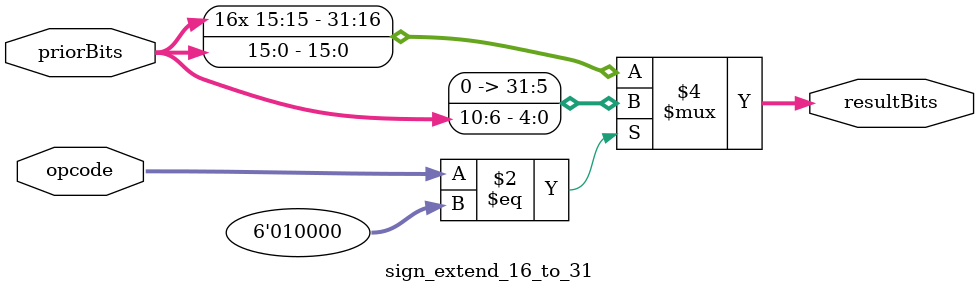
<source format=v>
`timescale 1ns / 1ps
module sign_extend_16_to_31(
	input [5:0] opcode,
	input [15:0] priorBits,
	output reg [31:0]  resultBits
    );

	always @(*)
	begin
		if (opcode == 6'b010000) // for R-type instructions where we need to extend bits of shamt only.
		begin
			resultBits = {{27{1'b0}}, priorBits[10:6]};
		end
		else // for Immediate type & base addressing type instructions where we need to perform sign extension of 16 bits. 
		begin
			resultBits = {{16{priorBits[15]}}, priorBits[15:0]};
		end
	end

endmodule

</source>
